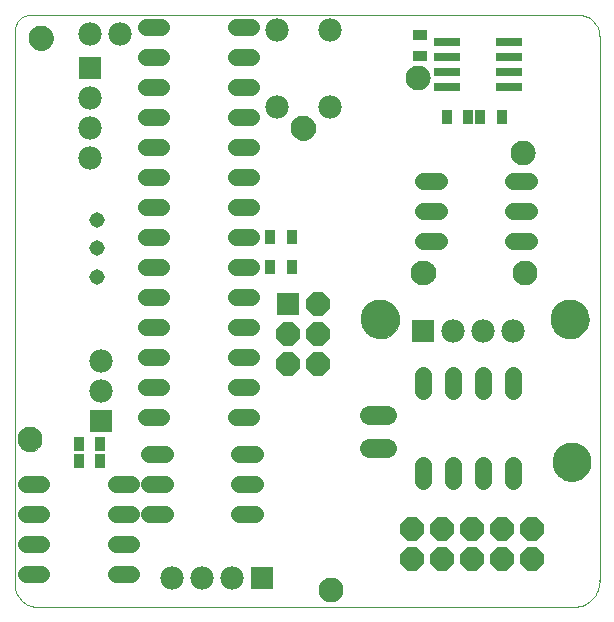
<source format=gts>
G75*
G70*
%OFA0B0*%
%FSLAX24Y24*%
%IPPOS*%
%LPD*%
%AMOC8*
5,1,8,0,0,1.08239X$1,22.5*
%
%ADD10C,0.0000*%
%ADD11C,0.0827*%
%ADD12C,0.1300*%
%ADD13C,0.0560*%
%ADD14R,0.0910X0.0280*%
%ADD15R,0.0780X0.0780*%
%ADD16C,0.0780*%
%ADD17C,0.0516*%
%ADD18OC8,0.0780*%
%ADD19R,0.0355X0.0512*%
%ADD20R,0.0512X0.0355*%
%ADD21C,0.0640*%
D10*
X001041Y000425D02*
X018944Y000425D01*
X018943Y000425D02*
X019001Y000428D01*
X019058Y000436D01*
X019114Y000448D01*
X019170Y000463D01*
X019224Y000481D01*
X019277Y000503D01*
X019329Y000529D01*
X019379Y000558D01*
X019427Y000590D01*
X019472Y000625D01*
X019515Y000663D01*
X019556Y000704D01*
X019594Y000748D01*
X019629Y000793D01*
X019661Y000841D01*
X019689Y000891D01*
X019715Y000943D01*
X019736Y000996D01*
X019755Y001051D01*
X019770Y001107D01*
X019781Y001163D01*
X019788Y001220D01*
X019792Y001278D01*
X019791Y001335D01*
X019792Y001335D02*
X019792Y019447D01*
X019790Y019499D01*
X019785Y019550D01*
X019775Y019601D01*
X019763Y019651D01*
X019746Y019700D01*
X019726Y019748D01*
X019703Y019794D01*
X019677Y019839D01*
X019647Y019881D01*
X019615Y019922D01*
X019580Y019960D01*
X019542Y019995D01*
X019501Y020027D01*
X019459Y020057D01*
X019414Y020083D01*
X019368Y020106D01*
X019320Y020126D01*
X019271Y020143D01*
X019221Y020155D01*
X019170Y020165D01*
X019119Y020170D01*
X019067Y020172D01*
X000841Y020172D01*
X000796Y020170D01*
X000751Y020165D01*
X000707Y020155D01*
X000664Y020143D01*
X000622Y020126D01*
X000582Y020106D01*
X000543Y020083D01*
X000507Y020057D01*
X000473Y020028D01*
X000441Y019996D01*
X000412Y019962D01*
X000386Y019926D01*
X000363Y019887D01*
X000343Y019847D01*
X000326Y019805D01*
X000314Y019762D01*
X000304Y019718D01*
X000299Y019673D01*
X000297Y019628D01*
X000297Y001232D01*
X000296Y001177D01*
X000300Y001121D01*
X000308Y001066D01*
X000319Y001012D01*
X000335Y000959D01*
X000354Y000907D01*
X000377Y000856D01*
X000403Y000808D01*
X000433Y000761D01*
X000466Y000716D01*
X000502Y000674D01*
X000541Y000635D01*
X000583Y000598D01*
X000627Y000565D01*
X000673Y000535D01*
X000722Y000508D01*
X000772Y000485D01*
X000824Y000465D01*
X000877Y000449D01*
X000932Y000437D01*
X000986Y000429D01*
X001042Y000425D01*
X000403Y006017D02*
X000405Y006056D01*
X000411Y006095D01*
X000421Y006133D01*
X000434Y006170D01*
X000451Y006205D01*
X000471Y006239D01*
X000495Y006270D01*
X000522Y006299D01*
X000551Y006325D01*
X000583Y006348D01*
X000617Y006368D01*
X000653Y006384D01*
X000690Y006396D01*
X000729Y006405D01*
X000768Y006410D01*
X000807Y006411D01*
X000846Y006408D01*
X000885Y006401D01*
X000922Y006390D01*
X000959Y006376D01*
X000994Y006358D01*
X001027Y006337D01*
X001058Y006312D01*
X001086Y006285D01*
X001111Y006255D01*
X001133Y006222D01*
X001152Y006188D01*
X001167Y006152D01*
X001179Y006114D01*
X001187Y006076D01*
X001191Y006037D01*
X001191Y005997D01*
X001187Y005958D01*
X001179Y005920D01*
X001167Y005882D01*
X001152Y005846D01*
X001133Y005812D01*
X001111Y005779D01*
X001086Y005749D01*
X001058Y005722D01*
X001027Y005697D01*
X000994Y005676D01*
X000959Y005658D01*
X000922Y005644D01*
X000885Y005633D01*
X000846Y005626D01*
X000807Y005623D01*
X000768Y005624D01*
X000729Y005629D01*
X000690Y005638D01*
X000653Y005650D01*
X000617Y005666D01*
X000583Y005686D01*
X000551Y005709D01*
X000522Y005735D01*
X000495Y005764D01*
X000471Y005795D01*
X000451Y005829D01*
X000434Y005864D01*
X000421Y005901D01*
X000411Y005939D01*
X000405Y005978D01*
X000403Y006017D01*
X009528Y016392D02*
X009530Y016431D01*
X009536Y016470D01*
X009546Y016508D01*
X009559Y016545D01*
X009576Y016580D01*
X009596Y016614D01*
X009620Y016645D01*
X009647Y016674D01*
X009676Y016700D01*
X009708Y016723D01*
X009742Y016743D01*
X009778Y016759D01*
X009815Y016771D01*
X009854Y016780D01*
X009893Y016785D01*
X009932Y016786D01*
X009971Y016783D01*
X010010Y016776D01*
X010047Y016765D01*
X010084Y016751D01*
X010119Y016733D01*
X010152Y016712D01*
X010183Y016687D01*
X010211Y016660D01*
X010236Y016630D01*
X010258Y016597D01*
X010277Y016563D01*
X010292Y016527D01*
X010304Y016489D01*
X010312Y016451D01*
X010316Y016412D01*
X010316Y016372D01*
X010312Y016333D01*
X010304Y016295D01*
X010292Y016257D01*
X010277Y016221D01*
X010258Y016187D01*
X010236Y016154D01*
X010211Y016124D01*
X010183Y016097D01*
X010152Y016072D01*
X010119Y016051D01*
X010084Y016033D01*
X010047Y016019D01*
X010010Y016008D01*
X009971Y016001D01*
X009932Y015998D01*
X009893Y015999D01*
X009854Y016004D01*
X009815Y016013D01*
X009778Y016025D01*
X009742Y016041D01*
X009708Y016061D01*
X009676Y016084D01*
X009647Y016110D01*
X009620Y016139D01*
X009596Y016170D01*
X009576Y016204D01*
X009559Y016239D01*
X009546Y016276D01*
X009536Y016314D01*
X009530Y016353D01*
X009528Y016392D01*
X013340Y018080D02*
X013342Y018119D01*
X013348Y018158D01*
X013358Y018196D01*
X013371Y018233D01*
X013388Y018268D01*
X013408Y018302D01*
X013432Y018333D01*
X013459Y018362D01*
X013488Y018388D01*
X013520Y018411D01*
X013554Y018431D01*
X013590Y018447D01*
X013627Y018459D01*
X013666Y018468D01*
X013705Y018473D01*
X013744Y018474D01*
X013783Y018471D01*
X013822Y018464D01*
X013859Y018453D01*
X013896Y018439D01*
X013931Y018421D01*
X013964Y018400D01*
X013995Y018375D01*
X014023Y018348D01*
X014048Y018318D01*
X014070Y018285D01*
X014089Y018251D01*
X014104Y018215D01*
X014116Y018177D01*
X014124Y018139D01*
X014128Y018100D01*
X014128Y018060D01*
X014124Y018021D01*
X014116Y017983D01*
X014104Y017945D01*
X014089Y017909D01*
X014070Y017875D01*
X014048Y017842D01*
X014023Y017812D01*
X013995Y017785D01*
X013964Y017760D01*
X013931Y017739D01*
X013896Y017721D01*
X013859Y017707D01*
X013822Y017696D01*
X013783Y017689D01*
X013744Y017686D01*
X013705Y017687D01*
X013666Y017692D01*
X013627Y017701D01*
X013590Y017713D01*
X013554Y017729D01*
X013520Y017749D01*
X013488Y017772D01*
X013459Y017798D01*
X013432Y017827D01*
X013408Y017858D01*
X013388Y017892D01*
X013371Y017927D01*
X013358Y017964D01*
X013348Y018002D01*
X013342Y018041D01*
X013340Y018080D01*
X016840Y015580D02*
X016842Y015619D01*
X016848Y015658D01*
X016858Y015696D01*
X016871Y015733D01*
X016888Y015768D01*
X016908Y015802D01*
X016932Y015833D01*
X016959Y015862D01*
X016988Y015888D01*
X017020Y015911D01*
X017054Y015931D01*
X017090Y015947D01*
X017127Y015959D01*
X017166Y015968D01*
X017205Y015973D01*
X017244Y015974D01*
X017283Y015971D01*
X017322Y015964D01*
X017359Y015953D01*
X017396Y015939D01*
X017431Y015921D01*
X017464Y015900D01*
X017495Y015875D01*
X017523Y015848D01*
X017548Y015818D01*
X017570Y015785D01*
X017589Y015751D01*
X017604Y015715D01*
X017616Y015677D01*
X017624Y015639D01*
X017628Y015600D01*
X017628Y015560D01*
X017624Y015521D01*
X017616Y015483D01*
X017604Y015445D01*
X017589Y015409D01*
X017570Y015375D01*
X017548Y015342D01*
X017523Y015312D01*
X017495Y015285D01*
X017464Y015260D01*
X017431Y015239D01*
X017396Y015221D01*
X017359Y015207D01*
X017322Y015196D01*
X017283Y015189D01*
X017244Y015186D01*
X017205Y015187D01*
X017166Y015192D01*
X017127Y015201D01*
X017090Y015213D01*
X017054Y015229D01*
X017020Y015249D01*
X016988Y015272D01*
X016959Y015298D01*
X016932Y015327D01*
X016908Y015358D01*
X016888Y015392D01*
X016871Y015427D01*
X016858Y015464D01*
X016848Y015502D01*
X016842Y015541D01*
X016840Y015580D01*
X016903Y011580D02*
X016905Y011619D01*
X016911Y011658D01*
X016921Y011696D01*
X016934Y011733D01*
X016951Y011768D01*
X016971Y011802D01*
X016995Y011833D01*
X017022Y011862D01*
X017051Y011888D01*
X017083Y011911D01*
X017117Y011931D01*
X017153Y011947D01*
X017190Y011959D01*
X017229Y011968D01*
X017268Y011973D01*
X017307Y011974D01*
X017346Y011971D01*
X017385Y011964D01*
X017422Y011953D01*
X017459Y011939D01*
X017494Y011921D01*
X017527Y011900D01*
X017558Y011875D01*
X017586Y011848D01*
X017611Y011818D01*
X017633Y011785D01*
X017652Y011751D01*
X017667Y011715D01*
X017679Y011677D01*
X017687Y011639D01*
X017691Y011600D01*
X017691Y011560D01*
X017687Y011521D01*
X017679Y011483D01*
X017667Y011445D01*
X017652Y011409D01*
X017633Y011375D01*
X017611Y011342D01*
X017586Y011312D01*
X017558Y011285D01*
X017527Y011260D01*
X017494Y011239D01*
X017459Y011221D01*
X017422Y011207D01*
X017385Y011196D01*
X017346Y011189D01*
X017307Y011186D01*
X017268Y011187D01*
X017229Y011192D01*
X017190Y011201D01*
X017153Y011213D01*
X017117Y011229D01*
X017083Y011249D01*
X017051Y011272D01*
X017022Y011298D01*
X016995Y011327D01*
X016971Y011358D01*
X016951Y011392D01*
X016934Y011427D01*
X016921Y011464D01*
X016911Y011502D01*
X016905Y011541D01*
X016903Y011580D01*
X018167Y010017D02*
X018169Y010067D01*
X018175Y010117D01*
X018185Y010166D01*
X018199Y010214D01*
X018216Y010261D01*
X018237Y010306D01*
X018262Y010350D01*
X018290Y010391D01*
X018322Y010430D01*
X018356Y010467D01*
X018393Y010501D01*
X018433Y010531D01*
X018475Y010558D01*
X018519Y010582D01*
X018565Y010603D01*
X018612Y010619D01*
X018660Y010632D01*
X018710Y010641D01*
X018759Y010646D01*
X018810Y010647D01*
X018860Y010644D01*
X018909Y010637D01*
X018958Y010626D01*
X019006Y010611D01*
X019052Y010593D01*
X019097Y010571D01*
X019140Y010545D01*
X019181Y010516D01*
X019220Y010484D01*
X019256Y010449D01*
X019288Y010411D01*
X019318Y010371D01*
X019345Y010328D01*
X019368Y010284D01*
X019387Y010238D01*
X019403Y010190D01*
X019415Y010141D01*
X019423Y010092D01*
X019427Y010042D01*
X019427Y009992D01*
X019423Y009942D01*
X019415Y009893D01*
X019403Y009844D01*
X019387Y009796D01*
X019368Y009750D01*
X019345Y009706D01*
X019318Y009663D01*
X019288Y009623D01*
X019256Y009585D01*
X019220Y009550D01*
X019181Y009518D01*
X019140Y009489D01*
X019097Y009463D01*
X019052Y009441D01*
X019006Y009423D01*
X018958Y009408D01*
X018909Y009397D01*
X018860Y009390D01*
X018810Y009387D01*
X018759Y009388D01*
X018710Y009393D01*
X018660Y009402D01*
X018612Y009415D01*
X018565Y009431D01*
X018519Y009452D01*
X018475Y009476D01*
X018433Y009503D01*
X018393Y009533D01*
X018356Y009567D01*
X018322Y009604D01*
X018290Y009643D01*
X018262Y009684D01*
X018237Y009728D01*
X018216Y009773D01*
X018199Y009820D01*
X018185Y009868D01*
X018175Y009917D01*
X018169Y009967D01*
X018167Y010017D01*
X013528Y011580D02*
X013530Y011619D01*
X013536Y011658D01*
X013546Y011696D01*
X013559Y011733D01*
X013576Y011768D01*
X013596Y011802D01*
X013620Y011833D01*
X013647Y011862D01*
X013676Y011888D01*
X013708Y011911D01*
X013742Y011931D01*
X013778Y011947D01*
X013815Y011959D01*
X013854Y011968D01*
X013893Y011973D01*
X013932Y011974D01*
X013971Y011971D01*
X014010Y011964D01*
X014047Y011953D01*
X014084Y011939D01*
X014119Y011921D01*
X014152Y011900D01*
X014183Y011875D01*
X014211Y011848D01*
X014236Y011818D01*
X014258Y011785D01*
X014277Y011751D01*
X014292Y011715D01*
X014304Y011677D01*
X014312Y011639D01*
X014316Y011600D01*
X014316Y011560D01*
X014312Y011521D01*
X014304Y011483D01*
X014292Y011445D01*
X014277Y011409D01*
X014258Y011375D01*
X014236Y011342D01*
X014211Y011312D01*
X014183Y011285D01*
X014152Y011260D01*
X014119Y011239D01*
X014084Y011221D01*
X014047Y011207D01*
X014010Y011196D01*
X013971Y011189D01*
X013932Y011186D01*
X013893Y011187D01*
X013854Y011192D01*
X013815Y011201D01*
X013778Y011213D01*
X013742Y011229D01*
X013708Y011249D01*
X013676Y011272D01*
X013647Y011298D01*
X013620Y011327D01*
X013596Y011358D01*
X013576Y011392D01*
X013559Y011427D01*
X013546Y011464D01*
X013536Y011502D01*
X013530Y011541D01*
X013528Y011580D01*
X011854Y010017D02*
X011856Y010067D01*
X011862Y010117D01*
X011872Y010166D01*
X011886Y010214D01*
X011903Y010261D01*
X011924Y010306D01*
X011949Y010350D01*
X011977Y010391D01*
X012009Y010430D01*
X012043Y010467D01*
X012080Y010501D01*
X012120Y010531D01*
X012162Y010558D01*
X012206Y010582D01*
X012252Y010603D01*
X012299Y010619D01*
X012347Y010632D01*
X012397Y010641D01*
X012446Y010646D01*
X012497Y010647D01*
X012547Y010644D01*
X012596Y010637D01*
X012645Y010626D01*
X012693Y010611D01*
X012739Y010593D01*
X012784Y010571D01*
X012827Y010545D01*
X012868Y010516D01*
X012907Y010484D01*
X012943Y010449D01*
X012975Y010411D01*
X013005Y010371D01*
X013032Y010328D01*
X013055Y010284D01*
X013074Y010238D01*
X013090Y010190D01*
X013102Y010141D01*
X013110Y010092D01*
X013114Y010042D01*
X013114Y009992D01*
X013110Y009942D01*
X013102Y009893D01*
X013090Y009844D01*
X013074Y009796D01*
X013055Y009750D01*
X013032Y009706D01*
X013005Y009663D01*
X012975Y009623D01*
X012943Y009585D01*
X012907Y009550D01*
X012868Y009518D01*
X012827Y009489D01*
X012784Y009463D01*
X012739Y009441D01*
X012693Y009423D01*
X012645Y009408D01*
X012596Y009397D01*
X012547Y009390D01*
X012497Y009387D01*
X012446Y009388D01*
X012397Y009393D01*
X012347Y009402D01*
X012299Y009415D01*
X012252Y009431D01*
X012206Y009452D01*
X012162Y009476D01*
X012120Y009503D01*
X012080Y009533D01*
X012043Y009567D01*
X012009Y009604D01*
X011977Y009643D01*
X011949Y009684D01*
X011924Y009728D01*
X011903Y009773D01*
X011886Y009820D01*
X011872Y009868D01*
X011862Y009917D01*
X011856Y009967D01*
X011854Y010017D01*
X018229Y005267D02*
X018231Y005317D01*
X018237Y005367D01*
X018247Y005416D01*
X018261Y005464D01*
X018278Y005511D01*
X018299Y005556D01*
X018324Y005600D01*
X018352Y005641D01*
X018384Y005680D01*
X018418Y005717D01*
X018455Y005751D01*
X018495Y005781D01*
X018537Y005808D01*
X018581Y005832D01*
X018627Y005853D01*
X018674Y005869D01*
X018722Y005882D01*
X018772Y005891D01*
X018821Y005896D01*
X018872Y005897D01*
X018922Y005894D01*
X018971Y005887D01*
X019020Y005876D01*
X019068Y005861D01*
X019114Y005843D01*
X019159Y005821D01*
X019202Y005795D01*
X019243Y005766D01*
X019282Y005734D01*
X019318Y005699D01*
X019350Y005661D01*
X019380Y005621D01*
X019407Y005578D01*
X019430Y005534D01*
X019449Y005488D01*
X019465Y005440D01*
X019477Y005391D01*
X019485Y005342D01*
X019489Y005292D01*
X019489Y005242D01*
X019485Y005192D01*
X019477Y005143D01*
X019465Y005094D01*
X019449Y005046D01*
X019430Y005000D01*
X019407Y004956D01*
X019380Y004913D01*
X019350Y004873D01*
X019318Y004835D01*
X019282Y004800D01*
X019243Y004768D01*
X019202Y004739D01*
X019159Y004713D01*
X019114Y004691D01*
X019068Y004673D01*
X019020Y004658D01*
X018971Y004647D01*
X018922Y004640D01*
X018872Y004637D01*
X018821Y004638D01*
X018772Y004643D01*
X018722Y004652D01*
X018674Y004665D01*
X018627Y004681D01*
X018581Y004702D01*
X018537Y004726D01*
X018495Y004753D01*
X018455Y004783D01*
X018418Y004817D01*
X018384Y004854D01*
X018352Y004893D01*
X018324Y004934D01*
X018299Y004978D01*
X018278Y005023D01*
X018261Y005070D01*
X018247Y005118D01*
X018237Y005167D01*
X018231Y005217D01*
X018229Y005267D01*
X010437Y001010D02*
X010439Y001049D01*
X010445Y001088D01*
X010455Y001126D01*
X010468Y001163D01*
X010485Y001198D01*
X010505Y001232D01*
X010529Y001263D01*
X010556Y001292D01*
X010585Y001318D01*
X010617Y001341D01*
X010651Y001361D01*
X010687Y001377D01*
X010724Y001389D01*
X010763Y001398D01*
X010802Y001403D01*
X010841Y001404D01*
X010880Y001401D01*
X010919Y001394D01*
X010956Y001383D01*
X010993Y001369D01*
X011028Y001351D01*
X011061Y001330D01*
X011092Y001305D01*
X011120Y001278D01*
X011145Y001248D01*
X011167Y001215D01*
X011186Y001181D01*
X011201Y001145D01*
X011213Y001107D01*
X011221Y001069D01*
X011225Y001030D01*
X011225Y000990D01*
X011221Y000951D01*
X011213Y000913D01*
X011201Y000875D01*
X011186Y000839D01*
X011167Y000805D01*
X011145Y000772D01*
X011120Y000742D01*
X011092Y000715D01*
X011061Y000690D01*
X011028Y000669D01*
X010993Y000651D01*
X010956Y000637D01*
X010919Y000626D01*
X010880Y000619D01*
X010841Y000616D01*
X010802Y000617D01*
X010763Y000622D01*
X010724Y000631D01*
X010687Y000643D01*
X010651Y000659D01*
X010617Y000679D01*
X010585Y000702D01*
X010556Y000728D01*
X010529Y000757D01*
X010505Y000788D01*
X010485Y000822D01*
X010468Y000857D01*
X010455Y000894D01*
X010445Y000932D01*
X010439Y000971D01*
X010437Y001010D01*
X000778Y019392D02*
X000780Y019431D01*
X000786Y019470D01*
X000796Y019508D01*
X000809Y019545D01*
X000826Y019580D01*
X000846Y019614D01*
X000870Y019645D01*
X000897Y019674D01*
X000926Y019700D01*
X000958Y019723D01*
X000992Y019743D01*
X001028Y019759D01*
X001065Y019771D01*
X001104Y019780D01*
X001143Y019785D01*
X001182Y019786D01*
X001221Y019783D01*
X001260Y019776D01*
X001297Y019765D01*
X001334Y019751D01*
X001369Y019733D01*
X001402Y019712D01*
X001433Y019687D01*
X001461Y019660D01*
X001486Y019630D01*
X001508Y019597D01*
X001527Y019563D01*
X001542Y019527D01*
X001554Y019489D01*
X001562Y019451D01*
X001566Y019412D01*
X001566Y019372D01*
X001562Y019333D01*
X001554Y019295D01*
X001542Y019257D01*
X001527Y019221D01*
X001508Y019187D01*
X001486Y019154D01*
X001461Y019124D01*
X001433Y019097D01*
X001402Y019072D01*
X001369Y019051D01*
X001334Y019033D01*
X001297Y019019D01*
X001260Y019008D01*
X001221Y019001D01*
X001182Y018998D01*
X001143Y018999D01*
X001104Y019004D01*
X001065Y019013D01*
X001028Y019025D01*
X000992Y019041D01*
X000958Y019061D01*
X000926Y019084D01*
X000897Y019110D01*
X000870Y019139D01*
X000846Y019170D01*
X000826Y019204D01*
X000809Y019239D01*
X000796Y019276D01*
X000786Y019314D01*
X000780Y019353D01*
X000778Y019392D01*
D11*
X001172Y019392D03*
X009922Y016392D03*
X013734Y018080D03*
X017234Y015580D03*
X017297Y011580D03*
X013922Y011580D03*
X010831Y001010D03*
X000797Y006017D03*
D12*
X012484Y010017D03*
X018797Y010017D03*
X018859Y005267D03*
D13*
X016922Y005152D02*
X016922Y004632D01*
X015922Y004632D02*
X015922Y005152D01*
X014922Y005152D02*
X014922Y004632D01*
X013922Y004632D02*
X013922Y005152D01*
X013922Y007632D02*
X013922Y008152D01*
X014922Y008152D02*
X014922Y007632D01*
X015922Y007632D02*
X015922Y008152D01*
X016922Y008152D02*
X016922Y007632D01*
X016912Y012642D02*
X017432Y012642D01*
X017432Y013642D02*
X016912Y013642D01*
X016912Y014642D02*
X017432Y014642D01*
X014432Y014642D02*
X013912Y014642D01*
X013912Y013642D02*
X014432Y013642D01*
X014432Y012642D02*
X013912Y012642D01*
X008182Y012767D02*
X007662Y012767D01*
X007662Y011767D02*
X008182Y011767D01*
X008182Y010767D02*
X007662Y010767D01*
X007662Y009767D02*
X008182Y009767D01*
X008182Y008767D02*
X007662Y008767D01*
X007662Y007767D02*
X008182Y007767D01*
X008182Y006767D02*
X007662Y006767D01*
X007787Y005517D02*
X008307Y005517D01*
X008307Y004517D02*
X007787Y004517D01*
X007787Y003517D02*
X008307Y003517D01*
X005307Y003517D02*
X004787Y003517D01*
X004182Y003517D02*
X003662Y003517D01*
X003662Y002517D02*
X004182Y002517D01*
X004182Y001517D02*
X003662Y001517D01*
X001182Y001517D02*
X000662Y001517D01*
X000662Y002517D02*
X001182Y002517D01*
X001182Y003517D02*
X000662Y003517D01*
X000662Y004517D02*
X001182Y004517D01*
X003662Y004517D02*
X004182Y004517D01*
X004787Y004517D02*
X005307Y004517D01*
X005307Y005517D02*
X004787Y005517D01*
X004662Y006767D02*
X005182Y006767D01*
X005182Y007767D02*
X004662Y007767D01*
X004662Y008767D02*
X005182Y008767D01*
X005182Y009767D02*
X004662Y009767D01*
X004662Y010767D02*
X005182Y010767D01*
X005182Y011767D02*
X004662Y011767D01*
X004662Y012767D02*
X005182Y012767D01*
X005182Y013767D02*
X004662Y013767D01*
X004662Y014767D02*
X005182Y014767D01*
X005182Y015767D02*
X004662Y015767D01*
X004662Y016767D02*
X005182Y016767D01*
X005182Y017767D02*
X004662Y017767D01*
X004662Y018767D02*
X005182Y018767D01*
X005182Y019767D02*
X004662Y019767D01*
X007662Y019767D02*
X008182Y019767D01*
X008182Y018767D02*
X007662Y018767D01*
X007662Y017767D02*
X008182Y017767D01*
X008182Y016767D02*
X007662Y016767D01*
X007662Y015767D02*
X008182Y015767D01*
X008182Y014767D02*
X007662Y014767D01*
X007662Y013767D02*
X008182Y013767D01*
D14*
X014704Y017767D03*
X014704Y018267D03*
X014704Y018767D03*
X014704Y019267D03*
X016764Y019267D03*
X016764Y018767D03*
X016764Y018267D03*
X016764Y017767D03*
D15*
X009422Y010517D03*
X013922Y009642D03*
X008547Y001392D03*
X003172Y006642D03*
X002797Y018392D03*
D16*
X002797Y017392D03*
X002797Y016392D03*
X002797Y015392D03*
X002797Y019517D03*
X003797Y019517D03*
X009032Y019672D03*
X010812Y019672D03*
X010812Y017112D03*
X009032Y017112D03*
X014922Y009642D03*
X015922Y009642D03*
X016922Y009642D03*
X007547Y001392D03*
X006547Y001392D03*
X005547Y001392D03*
X003172Y007642D03*
X003172Y008642D03*
D17*
X003047Y011442D03*
X003047Y012403D03*
X003047Y013342D03*
D18*
X009422Y009517D03*
X010422Y009517D03*
X010422Y008517D03*
X009422Y008517D03*
X010422Y010517D03*
X013547Y003017D03*
X014547Y003017D03*
X015547Y003017D03*
X016547Y003017D03*
X017547Y003017D03*
X017547Y002017D03*
X016547Y002017D03*
X015547Y002017D03*
X014547Y002017D03*
X013547Y002017D03*
D19*
X009526Y011767D03*
X008817Y011767D03*
X008817Y012767D03*
X009526Y012767D03*
X014692Y016767D03*
X015401Y016767D03*
X015817Y016767D03*
X016526Y016767D03*
X003154Y005854D03*
X003151Y005306D03*
X002442Y005306D03*
X002445Y005854D03*
D20*
X013797Y018788D03*
X013797Y019496D03*
D21*
X012722Y006817D02*
X012122Y006817D01*
X012122Y005717D02*
X012722Y005717D01*
M02*

</source>
